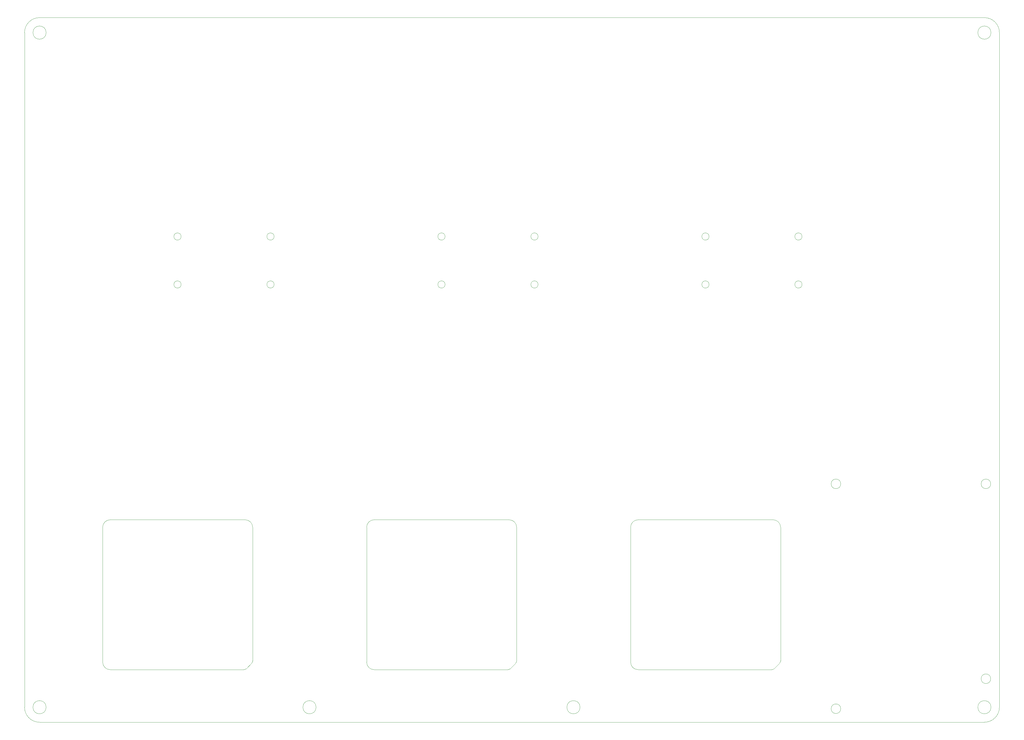
<source format=gm1>
%TF.GenerationSoftware,KiCad,Pcbnew,7.0.9*%
%TF.CreationDate,2025-04-01T10:19:46-06:00*%
%TF.ProjectId,2023-24_Power_Supply,32303233-2d32-4345-9f50-6f7765725f53,rev?*%
%TF.SameCoordinates,Original*%
%TF.FileFunction,Profile,NP*%
%FSLAX46Y46*%
G04 Gerber Fmt 4.6, Leading zero omitted, Abs format (unit mm)*
G04 Created by KiCad (PCBNEW 7.0.9) date 2025-04-01 10:19:46*
%MOMM*%
%LPD*%
G01*
G04 APERTURE LIST*
%TA.AperFunction,Profile*%
%ADD10C,0.100000*%
%TD*%
%TA.AperFunction,Profile*%
%ADD11C,0.050000*%
%TD*%
G04 APERTURE END LIST*
D10*
X311200000Y-168000000D02*
G75*
G03*
X311200000Y-168000000I-1200000J0D01*
G01*
X462200000Y-325000000D02*
G75*
G03*
X462200000Y-325000000I-2200000J0D01*
G01*
X145000000Y-95000000D02*
G75*
G03*
X140000000Y-100000000I0J-5000000D01*
G01*
X399200000Y-184000000D02*
G75*
G03*
X399200000Y-184000000I-1200000J0D01*
G01*
X460000000Y-330000000D02*
G75*
G03*
X465000000Y-325000000I0J5000000D01*
G01*
X223200000Y-184000000D02*
G75*
G03*
X223200000Y-184000000I-1200000J0D01*
G01*
X368200000Y-168000000D02*
G75*
G03*
X368200000Y-168000000I-1200000J0D01*
G01*
X237200000Y-325000000D02*
G75*
G03*
X237200000Y-325000000I-2200000J0D01*
G01*
X325200000Y-325000000D02*
G75*
G03*
X325200000Y-325000000I-2200000J0D01*
G01*
X368200000Y-184000000D02*
G75*
G03*
X368200000Y-184000000I-1200000J0D01*
G01*
X280200000Y-168000000D02*
G75*
G03*
X280200000Y-168000000I-1200000J0D01*
G01*
X462100000Y-250500000D02*
G75*
G03*
X462100000Y-250500000I-1600000J0D01*
G01*
X412100000Y-325500000D02*
G75*
G03*
X412100000Y-325500000I-1600000J0D01*
G01*
X192200000Y-184000000D02*
G75*
G03*
X192200000Y-184000000I-1200000J0D01*
G01*
X147200000Y-100000000D02*
G75*
G03*
X147200000Y-100000000I-2200000J0D01*
G01*
X465000000Y-325000000D02*
X465000000Y-100000000D01*
X140000000Y-325000000D02*
G75*
G03*
X145000000Y-330000000I5000000J0D01*
G01*
X460000000Y-95000000D02*
X145000000Y-95000000D01*
X140000000Y-100000000D02*
X140000000Y-325000000D01*
X311200000Y-184000000D02*
G75*
G03*
X311200000Y-184000000I-1200000J0D01*
G01*
X462200000Y-100000000D02*
G75*
G03*
X462200000Y-100000000I-2200000J0D01*
G01*
X192200000Y-168000000D02*
G75*
G03*
X192200000Y-168000000I-1200000J0D01*
G01*
X399200000Y-168000000D02*
G75*
G03*
X399200000Y-168000000I-1200000J0D01*
G01*
X465000000Y-100000000D02*
G75*
G03*
X460000000Y-95000000I-5000000J0D01*
G01*
X460000000Y-330000000D02*
X145000000Y-330000000D01*
X462100000Y-315500000D02*
G75*
G03*
X462100000Y-315500000I-1600000J0D01*
G01*
X223200000Y-168000000D02*
G75*
G03*
X223200000Y-168000000I-1200000J0D01*
G01*
X147200000Y-325000000D02*
G75*
G03*
X147200000Y-325000000I-2200000J0D01*
G01*
X280200000Y-184000000D02*
G75*
G03*
X280200000Y-184000000I-1200000J0D01*
G01*
X412100000Y-250500000D02*
G75*
G03*
X412100000Y-250500000I-1600000J0D01*
G01*
D11*
%TO.C,U15*%
X342050001Y-309975000D02*
X342050001Y-264975000D01*
X344550001Y-262475000D02*
X389550001Y-262475000D01*
X389135787Y-312475000D02*
X344550001Y-312475000D01*
X391757108Y-310267893D02*
X389842894Y-312182107D01*
X392050001Y-264975000D02*
X392050001Y-309560786D01*
X344550001Y-262475000D02*
G75*
G03*
X342050001Y-264975000I0J-2500000D01*
G01*
X342050001Y-309975000D02*
G75*
G03*
X344550001Y-312475000I2500000J0D01*
G01*
X392050001Y-264975000D02*
G75*
G03*
X389550001Y-262475000I-2499900J100D01*
G01*
X389135787Y-312474973D02*
G75*
G03*
X389842894Y-312182107I-86J1000273D01*
G01*
X391757115Y-310267900D02*
G75*
G03*
X392050001Y-309560786I-707114J707100D01*
G01*
%TO.C,U13*%
X254050001Y-309975000D02*
X254050001Y-264975000D01*
X256550001Y-262475000D02*
X301550001Y-262475000D01*
X301135787Y-312475000D02*
X256550001Y-312475000D01*
X303757108Y-310267893D02*
X301842894Y-312182107D01*
X304050001Y-264975000D02*
X304050001Y-309560786D01*
X256550001Y-262475000D02*
G75*
G03*
X254050001Y-264975000I0J-2500000D01*
G01*
X254050001Y-309975000D02*
G75*
G03*
X256550001Y-312475000I2500000J0D01*
G01*
X304050001Y-264975000D02*
G75*
G03*
X301550001Y-262475000I-2499900J100D01*
G01*
X301135787Y-312474973D02*
G75*
G03*
X301842894Y-312182107I-86J1000273D01*
G01*
X303757115Y-310267900D02*
G75*
G03*
X304050001Y-309560786I-707114J707100D01*
G01*
%TO.C,U11*%
X166050000Y-309975000D02*
X166050000Y-264975000D01*
X168550000Y-262475000D02*
X213550000Y-262475000D01*
X213135786Y-312475000D02*
X168550000Y-312475000D01*
X215757107Y-310267893D02*
X213842893Y-312182107D01*
X216050000Y-264975000D02*
X216050000Y-309560786D01*
X168550000Y-262475000D02*
G75*
G03*
X166050000Y-264975000I0J-2500000D01*
G01*
X166050000Y-309975000D02*
G75*
G03*
X168550000Y-312475000I2500000J0D01*
G01*
X216050000Y-264975000D02*
G75*
G03*
X213550000Y-262475000I-2499900J100D01*
G01*
X213135786Y-312474973D02*
G75*
G03*
X213842893Y-312182107I-86J1000273D01*
G01*
X215757114Y-310267900D02*
G75*
G03*
X216050000Y-309560786I-707114J707100D01*
G01*
%TD*%
M02*

</source>
